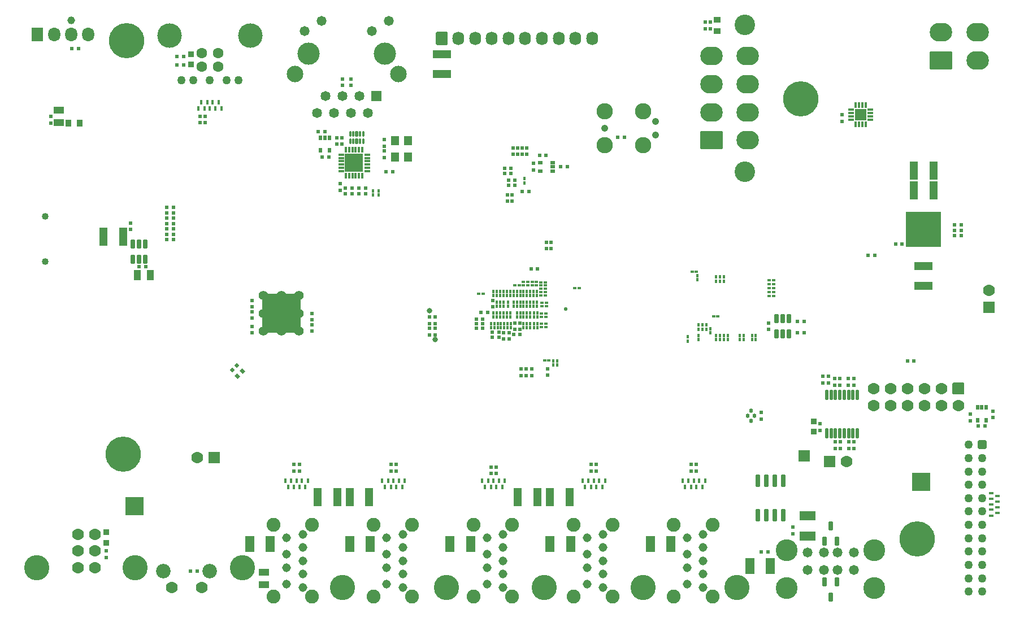
<source format=gbs>
%FSLAX23Y23*%
%MOIN*%
%SFA1B1*%

%IPPOS*%
%AMD114*
4,1,8,0.006400,-0.015000,0.006400,0.015000,0.003700,0.017700,-0.003700,0.017700,-0.006400,0.015000,-0.006400,-0.015000,-0.003700,-0.017700,0.003700,-0.017700,0.006400,-0.015000,0.0*
1,1,0.005460,0.003700,-0.015000*
1,1,0.005460,0.003700,0.015000*
1,1,0.005460,-0.003700,0.015000*
1,1,0.005460,-0.003700,-0.015000*
%
%AMD115*
4,1,8,0.017700,-0.003700,0.017700,0.003700,0.015000,0.006400,-0.015000,0.006400,-0.017700,0.003700,-0.017700,-0.003700,-0.015000,-0.006400,0.015000,-0.006400,0.017700,-0.003700,0.0*
1,1,0.005460,0.015000,-0.003700*
1,1,0.005460,0.015000,0.003700*
1,1,0.005460,-0.015000,0.003700*
1,1,0.005460,-0.015000,-0.003700*
%
%AMD156*
4,1,8,-0.013300,0.023100,-0.013300,-0.023100,-0.008900,-0.027600,0.008900,-0.027600,0.013300,-0.023100,0.013300,0.023100,0.008900,0.027600,-0.008900,0.027600,-0.013300,0.023100,0.0*
1,1,0.008900,-0.008900,0.023100*
1,1,0.008900,-0.008900,-0.023100*
1,1,0.008900,0.008900,-0.023100*
1,1,0.008900,0.008900,0.023100*
%
%AMD164*
4,1,8,-0.009400,0.027100,-0.009400,-0.027100,-0.005900,-0.030500,0.005900,-0.030500,0.009400,-0.027100,0.009400,0.027100,0.005900,0.030500,-0.005900,0.030500,-0.009400,0.027100,0.0*
1,1,0.006940,-0.005900,0.027100*
1,1,0.006940,-0.005900,-0.027100*
1,1,0.006940,0.005900,-0.027100*
1,1,0.006940,0.005900,0.027100*
%
%AMD195*
4,1,8,0.025100,-0.018700,0.025100,0.018700,0.018700,0.025100,-0.018700,0.025100,-0.025100,0.018700,-0.025100,-0.018700,-0.018700,-0.025100,0.018700,-0.025100,0.025100,-0.018700,0.0*
1,1,0.012920,0.018700,-0.018700*
1,1,0.012920,0.018700,0.018700*
1,1,0.012920,-0.018700,0.018700*
1,1,0.012920,-0.018700,-0.018700*
%
%AMD196*
4,1,8,-0.035000,0.000000,-0.035000,0.000000,0.000000,-0.035000,0.000000,-0.035000,0.035000,0.000000,0.035000,0.000000,0.000000,0.035000,0.000000,0.035000,-0.035000,0.000000,0.0*
1,1,0.069920,0.000000,0.000000*
1,1,0.069920,0.000000,0.000000*
1,1,0.069920,0.000000,0.000000*
1,1,0.069920,0.000000,0.000000*
%
%AMD207*
4,1,8,0.035000,-0.028400,0.035000,0.028400,0.028400,0.035000,-0.028400,0.035000,-0.035000,0.028400,-0.035000,-0.028400,-0.028400,-0.035000,0.028400,-0.035000,0.035000,-0.028400,0.0*
1,1,0.013040,0.028400,-0.028400*
1,1,0.013040,0.028400,0.028400*
1,1,0.013040,-0.028400,0.028400*
1,1,0.013040,-0.028400,-0.028400*
%
%AMD208*
4,1,8,0.000000,-0.035000,0.000000,-0.035000,0.035000,0.000000,0.035000,0.000000,0.000000,0.035000,0.000000,0.035000,-0.035000,0.000000,-0.035000,0.000000,0.000000,-0.035000,0.0*
1,1,0.069920,0.000000,0.000000*
1,1,0.069920,0.000000,0.000000*
1,1,0.069920,0.000000,0.000000*
1,1,0.069920,0.000000,0.000000*
%
%AMD209*
4,1,8,-0.066500,0.000000,-0.066500,0.000000,-0.011800,-0.054600,0.011800,-0.054600,0.066500,0.000000,0.066500,0.000000,0.011800,0.054600,-0.011800,0.054600,-0.066500,0.000000,0.0*
1,1,0.109300,-0.011800,0.000000*
1,1,0.109300,-0.011800,0.000000*
1,1,0.109300,0.011800,0.000000*
1,1,0.109300,0.011800,0.000000*
%
%AMD210*
4,1,8,-0.066500,0.048400,-0.066500,-0.048400,-0.060200,-0.054600,0.060200,-0.054600,0.066500,-0.048400,0.066500,0.048400,0.060200,0.054600,-0.060200,0.054600,-0.066500,0.048400,0.0*
1,1,0.012560,-0.060200,0.048400*
1,1,0.012560,-0.060200,-0.048400*
1,1,0.012560,0.060200,-0.048400*
1,1,0.012560,0.060200,0.048400*
%
%AMD219*
4,1,8,-0.035500,0.005900,-0.035500,-0.005900,0.000000,-0.041500,0.000000,-0.041500,0.035500,-0.005900,0.035500,0.005900,0.000000,0.041500,0.000000,0.041500,-0.035500,0.005900,0.0*
1,1,0.071100,0.000000,0.005900*
1,1,0.071100,0.000000,-0.005900*
1,1,0.071100,0.000000,-0.005900*
1,1,0.071100,0.000000,0.005900*
%
%AMD224*
4,1,8,0.028400,0.039900,-0.028400,0.039900,-0.035000,0.033400,-0.035000,-0.033400,-0.028400,-0.039900,0.028400,-0.039900,0.035000,-0.033400,0.035000,0.033400,0.028400,0.039900,0.0*
1,1,0.013040,0.028400,0.033400*
1,1,0.013040,-0.028400,0.033400*
1,1,0.013040,-0.028400,-0.033400*
1,1,0.013040,0.028400,-0.033400*
%
%AMD225*
4,1,8,0.000000,0.039900,0.000000,0.039900,-0.035000,0.004900,-0.035000,-0.004900,0.000000,-0.039900,0.000000,-0.039900,0.035000,-0.004900,0.035000,0.004900,0.000000,0.039900,0.0*
1,1,0.069920,0.000000,0.004900*
1,1,0.069920,0.000000,0.004900*
1,1,0.069920,0.000000,-0.004900*
1,1,0.069920,0.000000,-0.004900*
%
%AMD307*
4,1,8,-0.015000,-0.006400,0.015000,-0.006400,0.017700,-0.003700,0.017700,0.003700,0.015000,0.006400,-0.015000,0.006400,-0.017700,0.003700,-0.017700,-0.003700,-0.015000,-0.006400,0.0*
1,1,0.005460,-0.015000,-0.003700*
1,1,0.005460,0.015000,-0.003700*
1,1,0.005460,0.015000,0.003700*
1,1,0.005460,-0.015000,0.003700*
%
%AMD308*
4,1,8,-0.003700,-0.017700,0.003700,-0.017700,0.006400,-0.015000,0.006400,0.015000,0.003700,0.017700,-0.003700,0.017700,-0.006400,0.015000,-0.006400,-0.015000,-0.003700,-0.017700,0.0*
1,1,0.005460,-0.003700,-0.015000*
1,1,0.005460,0.003700,-0.015000*
1,1,0.005460,0.003700,0.015000*
1,1,0.005460,-0.003700,0.015000*
%
%AMD311*
4,1,8,-0.005400,0.012400,-0.005400,-0.012400,-0.002600,-0.015300,0.002600,-0.015300,0.005400,-0.012400,0.005400,0.012400,0.002600,0.015300,-0.002600,0.015300,-0.005400,0.012400,0.0*
1,1,0.005740,-0.002600,0.012400*
1,1,0.005740,-0.002600,-0.012400*
1,1,0.005740,0.002600,-0.012400*
1,1,0.005740,0.002600,0.012400*
%
%AMD312*
4,1,8,-0.009400,0.011000,-0.009400,-0.011000,-0.005100,-0.015300,0.005100,-0.015300,0.009400,-0.011000,0.009400,0.011000,0.005100,0.015300,-0.005100,0.015300,-0.009400,0.011000,0.0*
1,1,0.008500,-0.005100,0.011000*
1,1,0.008500,-0.005100,-0.011000*
1,1,0.008500,0.005100,-0.011000*
1,1,0.008500,0.005100,0.011000*
%
%AMD315*
4,1,4,0.000300,-0.016300,0.016300,-0.000300,-0.000300,0.016300,-0.016300,0.000300,0.000300,-0.016300,0.0*
%
%AMD316*
4,1,4,-0.000700,0.016800,-0.016800,0.000700,0.000700,-0.016800,0.016800,-0.000700,-0.000700,0.016800,0.0*
%
%AMD319*
4,1,8,0.013300,-0.031500,0.013300,0.031500,0.008900,0.035900,-0.008900,0.035900,-0.013300,0.031500,-0.013300,-0.031500,-0.008900,-0.035900,0.008900,-0.035900,0.013300,-0.031500,0.0*
1,1,0.008900,0.008900,-0.031500*
1,1,0.008900,0.008900,0.031500*
1,1,0.008900,-0.008900,0.031500*
1,1,0.008900,-0.008900,-0.031500*
%
%ADD109R,0.014800X0.026610*%
%ADD112R,0.022990X0.024990*%
G04~CAMADD=114~8~0.0~0.0~354.7~128.4~27.3~0.0~15~0.0~0.0~0.0~0.0~0~0.0~0.0~0.0~0.0~0~0.0~0.0~0.0~270.0~128.0~354.0*
%ADD114D114*%
G04~CAMADD=115~8~0.0~0.0~128.4~354.7~27.3~0.0~15~0.0~0.0~0.0~0.0~0~0.0~0.0~0.0~0.0~0~0.0~0.0~0.0~270.0~354.0~128.0*
%ADD115D115*%
%ADD123R,0.026610X0.014800*%
%ADD126R,0.047990X0.107990*%
%ADD129R,0.107990X0.047990*%
%ADD130R,0.024990X0.022990*%
%ADD131R,0.022680X0.023460*%
%ADD132C,0.032520*%
%ADD133R,0.020710X0.015590*%
%ADD134R,0.018740X0.015200*%
%ADD136C,0.022680*%
%ADD141R,0.023460X0.022680*%
%ADD145R,0.042990X0.058990*%
%ADD147R,0.035280X0.037990*%
%ADD150R,0.205750X0.205750*%
%ADD152R,0.018740X0.028580*%
%ADD153R,0.105350X0.105350*%
G04~CAMADD=156~8~0.0~0.0~551.6~266.1~44.5~0.0~15~0.0~0.0~0.0~0.0~0~0.0~0.0~0.0~0.0~0~0.0~0.0~0.0~90.0~266.0~552.0*
%ADD156D156*%
%ADD161R,0.028580X0.018740*%
G04~CAMADD=164~8~0.0~0.0~610.6~187.4~34.7~0.0~15~0.0~0.0~0.0~0.0~0~0.0~0.0~0.0~0.0~0~0.0~0.0~0.0~90.0~188.0~611.0*
%ADD164D164*%
%ADD167R,0.058990X0.042990*%
%ADD168R,0.015590X0.020710*%
%ADD179R,0.015200X0.018740*%
%ADD193C,0.055490*%
%ADD194C,0.050240*%
G04~CAMADD=195~8~0.0~0.0~502.4~502.4~64.6~0.0~15~0.0~0.0~0.0~0.0~0~0.0~0.0~0.0~0.0~0~0.0~0.0~0.0~270.0~502.0~502.0*
%ADD195D195*%
G04~CAMADD=196~8~0.0~0.0~699.2~699.2~349.6~0.0~15~0.0~0.0~0.0~0.0~0~0.0~0.0~0.0~0.0~0~0.0~0.0~0.0~90.0~700.0~699.0*
%ADD196D196*%
%ADD197R,0.069920X0.069920*%
%ADD198R,0.069920X0.069920*%
%ADD199C,0.039990*%
%ADD200C,0.069920*%
%ADD201C,0.085670*%
%ADD202C,0.051810*%
%ADD203C,0.081990*%
%ADD204C,0.128980*%
%ADD205C,0.058110*%
%ADD206C,0.024650*%
G04~CAMADD=207~8~0.0~0.0~699.2~699.2~65.2~0.0~15~0.0~0.0~0.0~0.0~0~0.0~0.0~0.0~0.0~0~0.0~0.0~0.0~270.0~700.0~700.0*
%ADD207D207*%
G04~CAMADD=208~8~0.0~0.0~699.2~699.2~349.6~0.0~15~0.0~0.0~0.0~0.0~0~0.0~0.0~0.0~0.0~0~0.0~0.0~0.0~180.0~700.0~699.0*
%ADD208D208*%
G04~CAMADD=209~8~0.0~0.0~1092.9~1329.1~546.5~0.0~15~0.0~0.0~0.0~0.0~0~0.0~0.0~0.0~0.0~0~0.0~0.0~0.0~90.0~1330.0~1093.0*
%ADD209D209*%
G04~CAMADD=210~8~0.0~0.0~1092.9~1329.1~62.8~0.0~15~0.0~0.0~0.0~0.0~0~0.0~0.0~0.0~0.0~0~0.0~0.0~0.0~90.0~1330.0~1093.0*
%ADD210D210*%
%ADD211C,0.121100*%
%ADD212R,0.058430X0.058430*%
%ADD213C,0.058430*%
%ADD214C,0.097480*%
%ADD215C,0.130950*%
%ADD216C,0.058030*%
%ADD217C,0.062840*%
%ADD218C,0.144730*%
G04~CAMADD=219~8~0.0~0.0~829.1~711.0~355.5~0.0~15~0.0~0.0~0.0~0.0~0~0.0~0.0~0.0~0.0~0~0.0~0.0~0.0~90.0~712.0~829.0*
%ADD219D219*%
%ADD220R,0.071100X0.082910*%
%ADD221C,0.046300*%
%ADD222C,0.096490*%
%ADD223C,0.041990*%
G04~CAMADD=224~8~0.0~0.0~699.2~797.6~65.2~0.0~15~0.0~0.0~0.0~0.0~0~0.0~0.0~0.0~0.0~0~0.0~0.0~0.0~0.0~699.2~797.6*
%ADD224D224*%
G04~CAMADD=225~8~0.0~0.0~699.2~797.6~349.6~0.0~15~0.0~0.0~0.0~0.0~0~0.0~0.0~0.0~0.0~0~0.0~0.0~0.0~0.0~699.2~797.6*
%ADD225D225*%
%ADD226C,0.207720*%
%ADD227C,0.148660*%
G04~CAMADD=307~8~0.0~0.0~354.7~128.4~27.3~0.0~15~0.0~0.0~0.0~0.0~0~0.0~0.0~0.0~0.0~0~0.0~0.0~0.0~180.0~354.0~128.0*
%ADD307D307*%
G04~CAMADD=308~8~0.0~0.0~128.4~354.7~27.3~0.0~15~0.0~0.0~0.0~0.0~0~0.0~0.0~0.0~0.0~0~0.0~0.0~0.0~180.0~128.0~354.0*
%ADD308D308*%
%ADD309R,0.069130X0.069130*%
%ADD310R,0.040390X0.034490*%
G04~CAMADD=311~8~0.0~0.0~305.5~108.7~28.7~0.0~15~0.0~0.0~0.0~0.0~0~0.0~0.0~0.0~0.0~0~0.0~0.0~0.0~90.0~110.0~305.0*
%ADD311D311*%
G04~CAMADD=312~8~0.0~0.0~305.5~187.4~42.5~0.0~15~0.0~0.0~0.0~0.0~0~0.0~0.0~0.0~0.0~0~0.0~0.0~0.0~90.0~188.0~306.0*
%ADD312D312*%
%ADD313R,0.050240X0.058110*%
%ADD314R,0.034490X0.040390*%
G04~CAMADD=315~9~0.0~0.0~226.8~234.6~0.0~0.0~0~0.0~0.0~0.0~0.0~0~0.0~0.0~0.0~0.0~0~0.0~0.0~0.0~225.0~326.0~325.0*
%ADD315D315*%
G04~CAMADD=316~9~0.0~0.0~229.9~249.9~0.0~0.0~0~0.0~0.0~0.0~0.0~0~0.0~0.0~0.0~0.0~0~0.0~0.0~0.0~45.0~336.0~335.0*
%ADD316D316*%
%ADD317R,0.055160X0.095510*%
%ADD318R,0.095510X0.055160*%
G04~CAMADD=319~8~0.0~0.0~718.9~266.1~44.5~0.0~15~0.0~0.0~0.0~0.0~0~0.0~0.0~0.0~0.0~0~0.0~0.0~0.0~270.0~266.0~718.0*
%ADD319D319*%
%LNbenchy-mb-pcb-changes-1*%
%LPD*%
G36*
X2444Y2409D02*
X2216D01*
Y2637*
X2444*
Y2409*
G37*
G54D109*
X1976Y3731D03*
X1940D03*
X1909D03*
X1877D03*
X1842D03*
X1858Y3768D03*
X1893D03*
X1925D03*
X1960D03*
X4696Y1534D03*
X4732D03*
X4763D03*
X4795D03*
X4830D03*
X4814Y1497D03*
X4779D03*
X4748D03*
X4712D03*
X4106Y1534D03*
X4141D03*
X4173D03*
X4204D03*
X4240D03*
X4224Y1497D03*
X4188D03*
X4157D03*
X4122D03*
X3515Y1534D03*
X3551D03*
X3582D03*
X3614D03*
X3649D03*
X3633Y1497D03*
X3598D03*
X3566D03*
X3531D03*
X2925Y1534D03*
X2960D03*
X2992D03*
X3023D03*
X3059D03*
X3043Y1497D03*
X3007D03*
X2976D03*
X2940D03*
X2354Y1534D03*
X2389D03*
X2421D03*
X2452D03*
X2488D03*
X2472Y1497D03*
X2437D03*
X2405D03*
X2370D03*
G54D112*
X6302Y3045D03*
X6342D03*
X6302Y3013D03*
X6342D03*
Y2982D03*
X6302D03*
X5791Y2864D03*
X5831D03*
X3976Y3387D03*
X4016D03*
X2748Y3230D03*
X2708D03*
Y3261D03*
X2748D03*
X2827D03*
X2787D03*
Y3230D03*
X2827D03*
X2948Y3360D03*
X2988D03*
X2586Y3596D03*
X2546D03*
X2610Y3446D03*
X2570D03*
X1714Y4037D03*
X1754D03*
X1714Y3990D03*
X1754D03*
X1094Y4084D03*
X1134D03*
X1653Y3147D03*
X1693D03*
X1653Y3116D03*
X1693D03*
X1653Y3084D03*
X1693D03*
Y3053D03*
X1653D03*
Y3021D03*
X1693D03*
X1653Y2990D03*
X1693D03*
X1653Y2958D03*
X1693D03*
X1794Y1001D03*
X1834D03*
X5373Y2474D03*
X5413D03*
X5373Y2407D03*
X5413D03*
X6440Y1860D03*
X6480D03*
G54D114*
X2710Y3335D03*
X2730D03*
X2750D03*
X2769D03*
X2789D03*
X2809D03*
Y3487D03*
X2789D03*
X2769D03*
X2750D03*
X2730D03*
X2710D03*
G54D115*
X2683Y3460D03*
Y3440D03*
Y3421D03*
Y3401D03*
Y3381D03*
Y3362D03*
X2836D03*
Y3381D03*
Y3401D03*
Y3421D03*
Y3440D03*
Y3460D03*
G54D123*
X6516Y1328D03*
Y1364D03*
Y1395D03*
Y1427D03*
Y1462D03*
X6554Y1446D03*
Y1411D03*
Y1379D03*
Y1344D03*
G54D126*
X1280Y2974D03*
X1396D03*
X6176Y3366D03*
X6060D03*
X6176Y3248D03*
X6060D03*
X4030Y1438D03*
X3914D03*
X3725D03*
X3841D03*
X2733D03*
X2849D03*
X2660D03*
X2544D03*
G54D129*
X6118Y2802D03*
Y2686D03*
X3277Y3936D03*
Y4052D03*
G54D130*
X3818Y3367D03*
Y3407D03*
X2677Y3249D03*
Y3289D03*
X1299Y1082D03*
Y1122D03*
X5625Y2100D03*
Y2140D03*
X5594Y2100D03*
Y2140D03*
X5523Y2111D03*
Y2151D03*
X5559Y2111D03*
Y2151D03*
X5673Y2100D03*
Y2140D03*
X5708Y2100D03*
Y2140D03*
X5629Y1764D03*
Y1724D03*
X5598Y1764D03*
Y1724D03*
X5677Y1764D03*
Y1724D03*
X5708Y1764D03*
Y1724D03*
X5161Y1939D03*
Y1899D03*
X6393Y1927D03*
Y1887D03*
X3204Y2502D03*
Y2462D03*
X3236D03*
Y2502D03*
X3204Y2395D03*
Y2435D03*
X3236D03*
Y2395D03*
G54D131*
X6024Y2242D03*
X6062D03*
X1530Y2797D03*
X1492D03*
X5953Y2931D03*
X5991D03*
X3892Y3454D03*
X3855D03*
X3518Y2435D03*
X3481D03*
X3518Y2462D03*
X3481D03*
X3518Y2490D03*
X3481D03*
X3546Y2529D03*
X3508D03*
X3613Y2411D03*
X3575D03*
X3613Y2383D03*
X3575D03*
X3701Y2399D03*
X3739D03*
X3790Y3242D03*
X3752D03*
X3670Y3279D03*
X3707D03*
X3670Y3307D03*
X3707D03*
X3684Y3350D03*
X3646D03*
X3684Y3377D03*
X3646D03*
X4315Y3561D03*
X4353D03*
X5200Y1116D03*
X5162D03*
X3803Y2785D03*
X3841D03*
G54D132*
X3204Y2537D03*
X3236Y2368D03*
G54D133*
X3733Y2690D03*
X3707D03*
X3759D03*
X3784D03*
X3759Y2710D03*
X3784D03*
X3810Y2690D03*
X3835D03*
X3890Y2442D03*
X3865D03*
X3890Y2462D03*
X3865D03*
X3890Y2501D03*
X3865D03*
X3890Y2521D03*
X3865D03*
X3894Y2564D03*
X3869D03*
X3894Y2584D03*
X3869D03*
X3886Y2627D03*
X3861D03*
X3886Y2647D03*
X3861D03*
X3886Y2667D03*
X3861D03*
X3835Y2710D03*
X3810D03*
X3886Y2706D03*
X3861D03*
X3886Y2687D03*
X3861D03*
X3520Y2639D03*
X3495D03*
X5209Y2718D03*
X5235D03*
X5209Y2694D03*
X5235D03*
X5209Y2671D03*
X5235D03*
X5209Y2647D03*
X5235D03*
X5209Y2624D03*
X5235D03*
G54D134*
X4881Y2505D03*
X4905D03*
X4086Y2671D03*
X4062D03*
X4779Y2769D03*
X4755D03*
X3885Y2246D03*
X3909D03*
G54D136*
X4007Y2549D03*
X6026Y2973D03*
X6072Y2928D03*
X6026D03*
X6072Y2973D03*
X6026Y3065D03*
Y3019D03*
Y3111D03*
X6118Y3019D03*
X6072D03*
Y3065D03*
Y3111D03*
X6163Y2928D03*
X6118D03*
Y2973D03*
X6163D03*
Y3019D03*
X6209D03*
Y2928D03*
Y2973D03*
X6118Y3111D03*
Y3065D03*
X6209D03*
X6163D03*
X6209Y3111D03*
X6163D03*
X6145Y1568D03*
X6104D03*
X6145Y1527D03*
X6104D03*
Y1486D03*
X6145D03*
X6062Y1527D03*
Y1568D03*
Y1486D03*
X1465Y1385D03*
X1423Y1343D03*
X1465D03*
X1506D03*
X1465Y1426D03*
X1506Y1385D03*
X1423Y1426D03*
X1506D03*
X1423Y1385D03*
X2759Y3411D03*
X2718Y3452D03*
X2759D03*
X2801D03*
X2759Y3370D03*
X2801Y3411D03*
X2718Y3370D03*
X2801D03*
X2718Y3411D03*
G54D141*
X2157Y2408D03*
Y2446D03*
Y2532D03*
Y2494D03*
Y2561D03*
Y2599D03*
X2511Y2485D03*
Y2522D03*
Y2455D03*
Y2418D03*
X1440Y3056D03*
Y3018D03*
X4862Y4203D03*
Y4241D03*
X4830Y4203D03*
Y4241D03*
X5637Y3656D03*
Y3694D03*
X3578Y2561D03*
Y2599D03*
X3641Y2410D03*
Y2372D03*
X3708Y2427D03*
Y2465D03*
X3673Y2410D03*
Y2372D03*
X3736Y2427D03*
Y2465D03*
X3692Y3185D03*
Y3223D03*
X3665Y3185D03*
Y3223D03*
X3696Y3499D03*
Y3461D03*
X3724Y3499D03*
Y3461D03*
X3751Y3499D03*
Y3461D03*
X3779Y3499D03*
Y3461D03*
X2937Y3443D03*
Y3481D03*
Y3548D03*
Y3510D03*
X2657Y3560D03*
Y3522D03*
X2688Y3560D03*
Y3522D03*
X2692Y3906D03*
Y3868D03*
X2740Y3906D03*
Y3868D03*
X1850Y3648D03*
Y3686D03*
X1881Y3648D03*
Y3686D03*
X970Y3646D03*
Y3684D03*
X5346Y1223D03*
Y1261D03*
X2405Y1593D03*
Y1631D03*
X2437Y1593D03*
Y1631D03*
X2976Y1593D03*
Y1631D03*
X3007Y1593D03*
Y1631D03*
X5204Y2427D03*
Y2465D03*
X5507Y1833D03*
Y1871D03*
X6529Y1946D03*
Y1908D03*
X4779Y1593D03*
Y1631D03*
X4748Y1593D03*
Y1631D03*
X4157Y1593D03*
Y1631D03*
X4188Y1593D03*
Y1631D03*
X3566Y1577D03*
Y1615D03*
X3598Y1577D03*
Y1615D03*
X3901Y2196D03*
Y2158D03*
X3744Y2194D03*
Y2156D03*
X3807Y2194D03*
Y2156D03*
X3775Y2194D03*
Y2156D03*
X3893Y2904D03*
Y2942D03*
X3921Y2904D03*
Y2942D03*
G54D145*
X1482Y2750D03*
X1557D03*
G54D147*
X1797Y4052D03*
Y3991D03*
X1299Y1170D03*
Y1231D03*
X5472Y1825D03*
Y1886D03*
G54D150*
X6118Y3019D03*
G54D152*
X2562Y3559D03*
X2588D03*
X2614D03*
Y3484D03*
X2562D03*
X6437Y1968D03*
X6462D03*
X6488D03*
Y1893D03*
X6437D03*
G54D153*
X6104Y1527D03*
X1465Y1385D03*
X2759Y3411D03*
G54D156*
X1454Y2843D03*
X1492D03*
X1529D03*
Y2932D03*
X1492D03*
X1454D03*
X5570Y1267D03*
X5533Y1177D03*
X5608D03*
X5570Y850D03*
X5608Y940D03*
X5533D03*
X5324Y2402D03*
X5287D03*
X5250D03*
Y2491D03*
X5287D03*
X5324D03*
G54D161*
X3856Y3413D03*
Y3362D03*
X3931D03*
Y3387D03*
Y3413D03*
G54D164*
X5650Y2041D03*
X5573D03*
X5548D03*
Y1816D03*
X5573D03*
X5599D03*
Y2041D03*
X5625D03*
X5701D03*
X5727D03*
X5676D03*
Y1816D03*
X5625D03*
X5650D03*
X5701D03*
X5727D03*
G54D167*
X1019Y3722D03*
Y3647D03*
X2228Y996D03*
Y921D03*
G54D168*
X4838Y2455D03*
Y2430D03*
X3566Y2463D03*
Y2438D03*
X3586Y2463D03*
Y2438D03*
X3606Y2463D03*
Y2438D03*
X3582Y2501D03*
Y2526D03*
X3602Y2501D03*
Y2526D03*
Y2589D03*
Y2564D03*
X3622Y2589D03*
Y2564D03*
X3625Y2463D03*
Y2438D03*
X3645Y2463D03*
Y2438D03*
X3622Y2501D03*
Y2526D03*
X3641Y2501D03*
Y2526D03*
X3661Y2501D03*
Y2526D03*
X3641Y2589D03*
Y2564D03*
X3669Y2589D03*
Y2564D03*
X3582Y2627D03*
Y2652D03*
X3602Y2627D03*
Y2652D03*
X3622Y2627D03*
Y2652D03*
X3641Y2627D03*
Y2652D03*
X3661Y2627D03*
Y2652D03*
X3681Y2526D03*
Y2501D03*
X3665Y2463D03*
Y2438D03*
X3685Y2463D03*
Y2438D03*
X3681Y2627D03*
Y2652D03*
X3700Y2589D03*
Y2564D03*
X3720Y2589D03*
Y2564D03*
Y2501D03*
Y2526D03*
X3740Y2589D03*
Y2564D03*
X3700Y2627D03*
Y2652D03*
X3720Y2627D03*
Y2652D03*
X3759Y2589D03*
Y2564D03*
X3740Y2627D03*
Y2652D03*
Y2501D03*
Y2526D03*
X3759Y2501D03*
Y2526D03*
Y2438D03*
Y2463D03*
X3779Y2438D03*
Y2463D03*
Y2501D03*
Y2526D03*
Y2589D03*
Y2564D03*
X3799Y2589D03*
Y2564D03*
X3779Y2627D03*
Y2652D03*
X3759Y2627D03*
Y2652D03*
X3799Y2501D03*
Y2526D03*
Y2438D03*
Y2463D03*
X3822Y2438D03*
Y2463D03*
Y2501D03*
Y2526D03*
X3799Y2627D03*
Y2652D03*
X3818Y2627D03*
Y2652D03*
X3842Y2438D03*
Y2463D03*
Y2501D03*
Y2526D03*
X3818Y2589D03*
Y2564D03*
X3838Y2589D03*
Y2564D03*
Y2652D03*
Y2627D03*
X4783Y2721D03*
Y2746D03*
X4893Y2713D03*
Y2738D03*
X4917Y2713D03*
Y2738D03*
X4940Y2713D03*
Y2738D03*
X4728Y2384D03*
Y2359D03*
X4791Y2392D03*
Y2367D03*
X4893Y2392D03*
Y2367D03*
X4917Y2392D03*
Y2367D03*
X4940Y2392D03*
Y2367D03*
X4964Y2392D03*
Y2367D03*
X5035Y2392D03*
Y2367D03*
X5059Y2392D03*
Y2367D03*
X5106Y2392D03*
Y2367D03*
X5129Y2392D03*
Y2367D03*
X3956Y2242D03*
Y2217D03*
G54D179*
X4862Y2431D03*
Y2407D03*
X4814Y2430D03*
Y2454D03*
X4791D03*
Y2430D03*
X3763Y3317D03*
Y3293D03*
X2870Y3246D03*
Y3222D03*
X2905Y3246D03*
Y3222D03*
X3933Y2242D03*
Y2218D03*
G54D193*
X2225Y2418D03*
X2330D03*
X2435D03*
X2225Y2523D03*
X2330D03*
X2435D03*
X2225Y2628D03*
X2330D03*
X2435D03*
G54D194*
X6464Y1039D03*
Y1118D03*
Y1275D03*
Y1196D03*
Y881D03*
X6385D03*
Y960D03*
X6464D03*
X6385Y1196D03*
Y1118D03*
Y1039D03*
X6464Y1590D03*
Y1669D03*
Y1354D03*
Y1511D03*
Y1433D03*
X6385Y1511D03*
Y1669D03*
Y1590D03*
Y1354D03*
Y1275D03*
Y1433D03*
Y1748D03*
X2076Y3899D03*
X2007D03*
X1909D03*
X1811D03*
X1742D03*
G54D195*
X6464Y1748D03*
G54D196*
X5665Y1647D03*
X1835Y1671D03*
G54D197*
X5565Y1647D03*
X1935Y1671D03*
G54D198*
X5413Y1683D03*
X6505Y2557D03*
G54D199*
X937Y2827D03*
Y3095D03*
G54D200*
X1230Y1122D03*
Y1220D03*
Y1023D03*
X1131Y1220D03*
Y1122D03*
Y1023D03*
X1683Y905D03*
X1860D03*
X6325Y1980D03*
X6225Y2080D03*
Y1980D03*
X6125Y2080D03*
Y1980D03*
X6025Y2080D03*
Y1980D03*
X5925Y2080D03*
Y1980D03*
X5825Y2080D03*
Y1980D03*
G54D201*
X1633Y1003D03*
X1909D03*
G54D202*
X4724Y1200D03*
Y1102D03*
Y1023D03*
Y925D03*
X4818Y905D03*
Y984D03*
Y1062D03*
Y1141D03*
Y1220D03*
X4228D03*
Y1141D03*
Y1062D03*
Y984D03*
Y905D03*
X4133Y925D03*
Y1023D03*
Y1102D03*
Y1200D03*
X3543D03*
Y1102D03*
Y1023D03*
Y925D03*
X3637Y905D03*
Y984D03*
Y1062D03*
Y1141D03*
Y1220D03*
X2952Y1200D03*
Y1102D03*
Y1023D03*
Y925D03*
X3047Y905D03*
Y984D03*
Y1062D03*
Y1141D03*
Y1220D03*
X2362Y1200D03*
Y1102D03*
Y1023D03*
Y925D03*
X2456Y905D03*
Y984D03*
Y1062D03*
Y1141D03*
Y1220D03*
G54D203*
X4645Y1274D03*
Y853D03*
X4874D03*
Y1274D03*
X4283D03*
X4283Y853D03*
X4055D03*
Y1274D03*
X3464D03*
Y853D03*
X3692D03*
Y1274D03*
X2874D03*
X2874Y853D03*
X3102D03*
Y1274D03*
X2283D03*
Y853D03*
X2511D03*
Y1274D03*
G54D204*
X5829Y901D03*
X5312D03*
X5829Y1125D03*
X5312D03*
G54D205*
X5708Y1008D03*
X5610D03*
X5531D03*
X5433D03*
Y1111D03*
X5531D03*
X5610D03*
X5708D03*
G54D206*
X5122Y1919D03*
X5102Y1950D03*
X5082Y1919D03*
X5102Y1887D03*
G54D207*
X6325Y2080D03*
G54D208*
X6505Y2657D03*
G54D209*
X6437Y4181D03*
Y4015D03*
X6220Y4181D03*
X5082Y4041D03*
Y3875D03*
Y3710D03*
Y3545D03*
X4866Y4041D03*
Y3875D03*
Y3710D03*
G54D210*
X6220Y4015D03*
X4866Y3545D03*
G54D211*
X5064Y4226D03*
Y3360D03*
G54D212*
X2891Y3805D03*
G54D213*
X2841Y3705D03*
X2791Y3805D03*
X2741Y3705D03*
X2691Y3805D03*
X2641Y3705D03*
X2591Y3805D03*
X2541Y3705D03*
G54D214*
X3022Y3935D03*
X2410D03*
G54D215*
X2941Y4055D03*
X2491D03*
G54D216*
X2865Y4188D03*
X2965Y4248D03*
X2467Y4188D03*
X2567Y4248D03*
G54D217*
X1860Y3978D03*
X1958D03*
Y4057D03*
X1860D03*
G54D218*
X1672Y4163D03*
X2146D03*
G54D219*
X1192Y4167D03*
X1092D03*
X992D03*
G54D220*
X892Y4167D03*
G54D221*
X1092Y4252D03*
G54D222*
X4239Y3516D03*
X4464Y3716D03*
Y3516D03*
X4239Y3716D03*
G54D223*
X4239Y3616D03*
X4539Y3656D03*
Y3576D03*
G54D224*
X3277Y4145D03*
G54D225*
X3375Y4145D03*
X3474D03*
X3572D03*
X3671D03*
X3769D03*
X3868D03*
X3966D03*
X4064D03*
X4163D03*
G54D226*
X6082Y1192D03*
X1397Y1692D03*
X1417Y4133D03*
X5393Y3789D03*
G54D227*
X889Y1023D03*
X5019Y905D03*
X4464D03*
X3881D03*
X3303D03*
X2692D03*
X2102Y1023D03*
X1466D03*
G54D307*
X5805Y3724D03*
Y3704D03*
Y3685D03*
Y3665D03*
X5690D03*
Y3685D03*
Y3704D03*
Y3724D03*
G54D308*
X5777Y3637D03*
X5757D03*
X5738D03*
X5718D03*
Y3752D03*
X5738D03*
X5757D03*
X5777D03*
G54D309*
X5748Y3694D03*
G54D310*
X4901Y4189D03*
Y4254D03*
G54D311*
X2755Y3540D03*
X2736D03*
X2795D03*
X2814D03*
X2736Y3581D03*
X2755D03*
X2814D03*
X2795D03*
G54D312*
X2775Y3540D03*
Y3581D03*
G54D313*
X3001Y3541D03*
X3076D03*
Y3446D03*
X3001D03*
G54D314*
X1075Y3645D03*
X1140D03*
G54D315*
X2068Y2214D03*
X2041Y2187D03*
G54D316*
X2100Y2181D03*
X2072Y2153D03*
G54D317*
X2144Y1161D03*
X2265D03*
X2734D03*
X2855D03*
X3325D03*
X3446D03*
X5093Y1033D03*
X5214D03*
X4506Y1161D03*
X4627D03*
X4036D03*
X3915D03*
G54D318*
X5433Y1330D03*
Y1209D03*
G54D319*
X5141Y1534D03*
Y1331D03*
X5241Y1534D03*
X5191D03*
X5291D03*
X5241Y1331D03*
X5191D03*
X5291D03*
M02*
</source>
